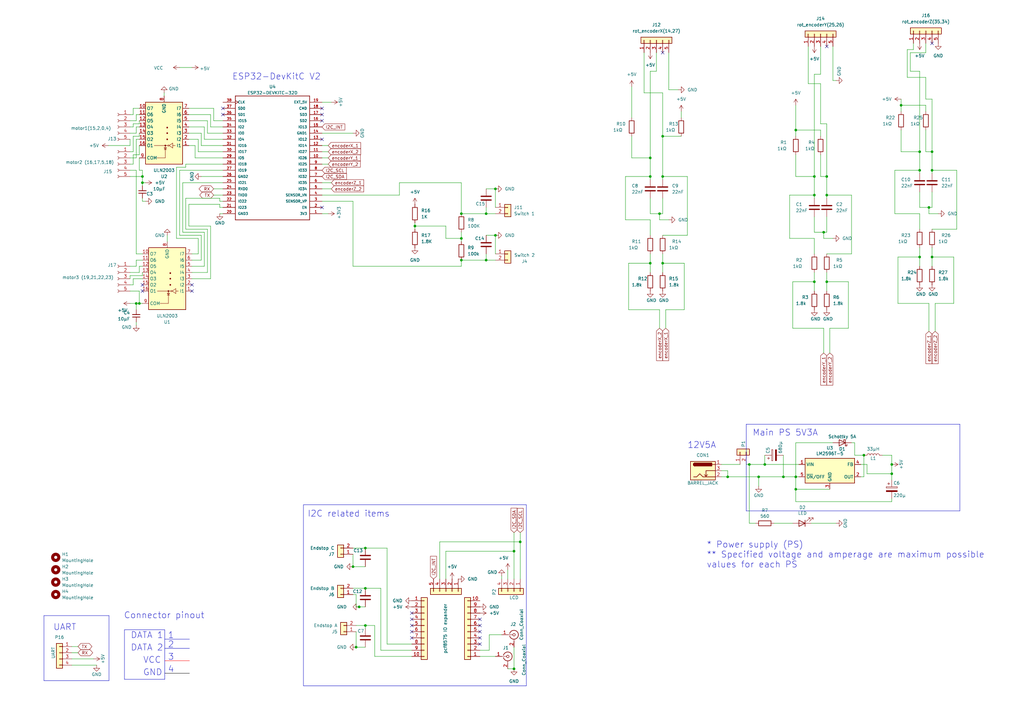
<source format=kicad_sch>
(kicad_sch (version 20231120) (generator "eeschema") (generator_version "8.0")
  (paper "A3")
  (junction (at 55.88 124.46))
  (junction (at 210.82 274.32))
  (junction (at 382.27 105.41))
  (junction (at 213.36 222.25))
  (junction (at 149.86 224.79))
  (junction (at 311.15 195.58))
  (junction (at 199.39 106.68))
  (junction (at 326.39 53.34))
  (junction (at 381 85.09))
  (junction (at 298.45 195.58))
  (junction (at 382.27 62.23))
  (junction (at 57.15 124.46))
  (junction (at 266.7 72.39))
  (junction (at 149.86 241.3))
  (junction (at 189.23 87.63))
  (junction (at 365.76 194.31))
  (junction (at 271.78 55.88))
  (junction (at 149.86 256.54))
  (junction (at 270.51 87.63))
  (junction (at 307.34 190.5))
  (junction (at 365.76 190.5))
  (junction (at 146.05 265.43))
  (junction (at 199.39 87.63))
  (junction (at 377.19 62.23))
  (junction (at 339.09 115.57))
  (junction (at 354.33 186.69))
  (junction (at 377.19 69.85))
  (junction (at 339.09 72.39))
  (junction (at 382.27 69.85))
  (junction (at 266.7 64.77))
  (junction (at 203.2 77.47))
  (junction (at 369.57 43.18))
  (junction (at 313.69 190.5))
  (junction (at 58.42 74.93))
  (junction (at 144.78 232.41))
  (junction (at 377.19 105.41))
  (junction (at 334.01 80.01))
  (junction (at 189.23 106.68))
  (junction (at 339.09 80.01))
  (junction (at 203.2 96.52))
  (junction (at 266.7 107.95))
  (junction (at 271.78 72.39))
  (junction (at 189.23 97.79))
  (junction (at 321.31 195.58))
  (junction (at 210.82 226.06))
  (junction (at 170.18 92.71))
  (junction (at 334.01 115.57))
  (junction (at 337.82 95.25))
  (junction (at 334.01 72.39))
  (junction (at 147.32 248.92))
  (junction (at 58.42 72.39))
  (junction (at 326.39 195.58))
  (junction (at 326.39 200.66))
  (junction (at 271.78 107.95))
  (no_connect (at 339.09 19.05))
  (no_connect (at 132.08 44.45))
  (no_connect (at 168.91 254))
  (no_connect (at 168.91 261.62))
  (no_connect (at 168.91 251.46))
  (no_connect (at 78.74 116.84))
  (no_connect (at 132.08 46.99))
  (no_connect (at 271.78 21.59))
  (no_connect (at 168.91 256.54))
  (no_connect (at 132.08 57.15))
  (no_connect (at 58.42 116.84))
  (no_connect (at 58.42 119.38))
  (no_connect (at 196.85 261.62))
  (no_connect (at 132.08 85.09))
  (no_connect (at 382.27 17.78))
  (no_connect (at 196.85 254))
  (no_connect (at 91.44 44.45))
  (no_connect (at 196.85 256.54))
  (no_connect (at 132.08 49.53))
  (no_connect (at 78.74 119.38))
  (no_connect (at 168.91 259.08))
  (no_connect (at 91.44 46.99))
  (no_connect (at 196.85 259.08))
  (no_connect (at 196.85 264.16))
  (wire (pts (xy 57.15 69.85) (xy 58.42 69.85)))
  (wire (pts (xy 354.33 195.58) (xy 353.06 195.58)))
  (wire (pts (xy 144.78 109.22) (xy 189.23 109.22)))
  (wire (pts (xy 163.83 80.01) (xy 132.08 80.01)))
  (wire (pts (xy 144.78 227.33) (xy 144.78 232.41)))
  (wire (pts (xy 147.32 248.92) (xy 146.05 248.92)))
  (wire (pts (xy 80.01 64.77) (xy 91.44 64.77)))
  (wire (pts (xy 379.73 62.23) (xy 382.27 62.23)))
  (wire (pts (xy 189.23 74.93) (xy 189.23 87.63)))
  (wire (pts (xy 132.08 67.31) (xy 134.62 67.31)))
  (wire (pts (xy 337.82 97.79) (xy 341.63 97.79)))
  (wire (pts (xy 132.08 74.93) (xy 135.89 74.93)))
  (wire (pts (xy 266.7 107.95) (xy 266.7 111.76)))
  (wire (pts (xy 336.55 63.5) (xy 336.55 72.39)))
  (wire (pts (xy 196.85 266.7) (xy 200.66 266.7)))
  (wire (pts (xy 369.57 43.18) (xy 369.57 45.72)))
  (wire (pts (xy 377.19 93.98) (xy 377.19 87.63)))
  (wire (pts (xy 332.74 214.63) (xy 342.9 214.63)))
  (wire (pts (xy 208.28 237.49) (xy 208.28 233.68)))
  (wire (pts (xy 379.73 53.34) (xy 379.73 62.23)))
  (polyline (pts (xy 67.564 258.318) (xy 51.054 258.318)) (stroke (width 0) (type solid)))
  (wire (pts (xy 382.27 101.6) (xy 382.27 105.41)))
  (wire (pts (xy 53.34 57.15) (xy 53.34 59.69)))
  (wire (pts (xy 269.24 21.59) (xy 269.24 29.21)))
  (wire (pts (xy 270.51 90.17) (xy 274.32 90.17)))
  (wire (pts (xy 256.54 72.39) (xy 266.7 72.39)))
  (wire (pts (xy 87.63 44.45) (xy 87.63 49.53)))
  (wire (pts (xy 365.76 186.69) (xy 365.76 190.5)))
  (wire (pts (xy 339.09 115.57) (xy 339.09 119.38)))
  (wire (pts (xy 326.39 200.66) (xy 340.36 200.66)))
  (wire (pts (xy 266.7 90.17) (xy 256.54 90.17)))
  (wire (pts (xy 349.25 181.61) (xy 350.52 181.61)))
  (wire (pts (xy 87.63 49.53) (xy 91.44 49.53)))
  (wire (pts (xy 91.44 77.47) (xy 87.63 77.47)))
  (wire (pts (xy 144.78 54.61) (xy 132.08 54.61)))
  (wire (pts (xy 339.09 95.25) (xy 339.09 88.9)))
  (polyline (pts (xy 67.564 278.638) (xy 67.564 258.318)) (stroke (width 0) (type solid)))
  (wire (pts (xy 199.39 106.68) (xy 203.2 106.68)))
  (wire (pts (xy 76.2 68.58) (xy 72.39 68.58)))
  (wire (pts (xy 264.16 38.1) (xy 271.78 38.1)))
  (wire (pts (xy 149.86 257.81) (xy 149.86 256.54)))
  (wire (pts (xy 77.47 92.71) (xy 86.36 92.71)))
  (wire (pts (xy 81.28 104.14) (xy 78.74 104.14)))
  (polyline (pts (xy 306.07 209.55) (xy 306.07 173.99)))
  (wire (pts (xy 259.08 64.77) (xy 266.7 64.77)))
  (wire (pts (xy 182.88 226.06) (xy 182.88 237.49)))
  (wire (pts (xy 210.82 265.43) (xy 210.82 274.32)))
  (wire (pts (xy 313.69 186.69) (xy 313.69 190.5)))
  (wire (pts (xy 382.27 40.64) (xy 382.27 62.23)))
  (wire (pts (xy 298.45 193.04) (xy 298.45 195.58)))
  (wire (pts (xy 377.19 62.23) (xy 377.19 69.85)))
  (wire (pts (xy 74.93 74.93) (xy 74.93 95.25)))
  (wire (pts (xy 313.69 190.5) (xy 327.66 190.5)))
  (wire (pts (xy 271.78 72.39) (xy 271.78 73.66)))
  (wire (pts (xy 334.01 97.79) (xy 323.85 97.79)))
  (wire (pts (xy 381 85.09) (xy 381 87.63)))
  (wire (pts (xy 391.16 105.41) (xy 391.16 124.46)))
  (wire (pts (xy 83.82 95.25) (xy 83.82 109.22)))
  (wire (pts (xy 78.74 111.76) (xy 85.09 111.76)))
  (wire (pts (xy 259.08 35.56) (xy 259.08 48.26)))
  (wire (pts (xy 73.66 69.85) (xy 91.44 69.85)))
  (wire (pts (xy 281.94 96.52) (xy 281.94 72.39)))
  (wire (pts (xy 57.15 46.99) (xy 55.88 46.99)))
  (wire (pts (xy 135.89 41.91) (xy 132.08 41.91)))
  (wire (pts (xy 54.61 114.3) (xy 54.61 116.84)))
  (wire (pts (xy 54.61 52.07) (xy 53.34 52.07)))
  (wire (pts (xy 91.44 57.15) (xy 83.82 57.15)))
  (wire (pts (xy 146.05 265.43) (xy 146.05 259.08)))
  (wire (pts (xy 196.85 269.24) (xy 203.2 269.24)))
  (wire (pts (xy 83.82 57.15) (xy 83.82 52.07)))
  (wire (pts (xy 58.42 81.28) (xy 58.42 82.55)))
  (wire (pts (xy 334.01 30.48) (xy 334.01 72.39)))
  (wire (pts (xy 81.28 97.79) (xy 81.28 104.14)))
  (polyline (pts (xy 393.7 209.55) (xy 306.07 209.55)))
  (wire (pts (xy 266.7 107.95) (xy 257.81 107.95)))
  (wire (pts (xy 199.39 96.52) (xy 203.2 96.52)))
  (wire (pts (xy 55.88 69.85) (xy 55.88 104.14)))
  (wire (pts (xy 334.01 80.01) (xy 334.01 81.28)))
  (wire (pts (xy 78.74 27.686) (xy 73.66 27.686)))
  (wire (pts (xy 55.88 127) (xy 55.88 124.46)))
  (wire (pts (xy 76.2 67.31) (xy 91.44 67.31)))
  (wire (pts (xy 326.39 72.39) (xy 334.01 72.39)))
  (wire (pts (xy 365.76 190.5) (xy 365.76 194.31)))
  (wire (pts (xy 339.09 72.39) (xy 339.09 80.01)))
  (wire (pts (xy 189.23 97.79) (xy 189.23 99.06)))
  (wire (pts (xy 210.82 226.06) (xy 182.88 226.06)))
  (wire (pts (xy 86.36 52.07) (xy 86.36 46.99)))
  (wire (pts (xy 280.67 107.95) (xy 280.67 127)))
  (wire (pts (xy 269.24 29.21) (xy 266.7 29.21)))
  (wire (pts (xy 336.55 19.05) (xy 336.55 30.48)))
  (wire (pts (xy 170.18 92.71) (xy 170.18 93.98)))
  (wire (pts (xy 311.15 199.39) (xy 311.15 195.58)))
  (wire (pts (xy 336.55 72.39) (xy 339.09 72.39)))
  (wire (pts (xy 76.2 81.28) (xy 76.2 93.98)))
  (wire (pts (xy 340.36 134.62) (xy 340.36 144.78)))
  (wire (pts (xy 337.82 95.25) (xy 339.09 95.25)))
  (polyline (pts (xy 51.054 278.638) (xy 67.564 278.638)) (stroke (width 0) (type solid)))
  (wire (pts (xy 57.15 124.46) (xy 58.42 124.46)))
  (wire (pts (xy 210.82 226.06) (xy 210.82 237.49)))
  (wire (pts (xy 144.78 241.3) (xy 149.86 241.3)))
  (wire (pts (xy 334.01 111.76) (xy 334.01 115.57)))
  (wire (pts (xy 377.19 101.6) (xy 377.19 105.41)))
  (wire (pts (xy 91.44 82.55) (xy 90.17 82.55)))
  (wire (pts (xy 149.86 232.41) (xy 144.78 232.41)))
  (wire (pts (xy 182.88 92.71) (xy 182.88 97.79)))
  (wire (pts (xy 85.09 49.53) (xy 85.09 54.61)))
  (wire (pts (xy 53.34 119.38) (xy 57.15 119.38)))
  (wire (pts (xy 334.01 115.57) (xy 325.12 115.57)))
  (wire (pts (xy 57.15 63.5) (xy 54.61 63.5)))
  (wire (pts (xy 383.54 124.46) (xy 383.54 135.89)))
  (wire (pts (xy 266.7 104.14) (xy 266.7 107.95)))
  (wire (pts (xy 189.23 74.93) (xy 163.83 74.93)))
  (wire (pts (xy 367.03 69.85) (xy 377.19 69.85)))
  (wire (pts (xy 334.01 95.25) (xy 337.82 95.25)))
  (wire (pts (xy 337.82 134.62) (xy 337.82 144.78)))
  (polyline (pts (xy 51.054 258.318) (xy 51.054 278.638)) (stroke (width 0) (type solid)))
  (wire (pts (xy 146.05 256.54) (xy 149.86 256.54)))
  (wire (pts (xy 379.73 31.75) (xy 379.73 40.64)))
  (wire (pts (xy 199.39 85.09) (xy 199.39 87.63)))
  (wire (pts (xy 383.54 124.46) (xy 391.16 124.46)))
  (wire (pts (xy 55.88 64.77) (xy 53.34 64.77)))
  (wire (pts (xy 77.47 46.99) (xy 86.36 46.99)))
  (wire (pts (xy 274.32 21.59) (xy 274.32 36.83)))
  (wire (pts (xy 55.88 54.61) (xy 53.34 54.61)))
  (wire (pts (xy 200.66 266.7) (xy 200.66 260.35)))
  (wire (pts (xy 189.23 87.63) (xy 199.39 87.63)))
  (wire (pts (xy 306.07 190.5) (xy 307.34 190.5)))
  (wire (pts (xy 77.47 83.82) (xy 77.47 92.71)))
  (wire (pts (xy 82.55 59.69) (xy 82.55 54.61)))
  (wire (pts (xy 336.55 50.8) (xy 339.09 50.8)))
  (wire (pts (xy 58.42 74.93) (xy 58.42 76.2)))
  (wire (pts (xy 355.6 190.5) (xy 355.6 194.31)))
  (wire (pts (xy 73.66 69.85) (xy 73.66 96.52)))
  (wire (pts (xy 326.39 53.34) (xy 326.39 55.88)))
  (wire (pts (xy 149.86 248.92) (xy 147.32 248.92)))
  (wire (pts (xy 326.39 205.74) (xy 365.76 205.74)))
  (polyline (pts (xy 67.564 276.098) (xy 77.724 276.098)) (stroke (width 0) (type solid) (color 0 0 0 1)))
  (wire (pts (xy 57.15 109.22) (xy 58.42 109.22)))
  (wire (pts (xy 158.75 224.79) (xy 158.75 264.16)))
  (wire (pts (xy 58.42 74.93) (xy 58.42 72.39)))
  (wire (pts (xy 78.74 106.68) (xy 82.55 106.68)))
  (wire (pts (xy 146.05 248.92) (xy 146.05 243.84)))
  (wire (pts (xy 259.08 55.88) (xy 259.08 64.77)))
  (wire (pts (xy 74.93 95.25) (xy 83.82 95.25)))
  (wire (pts (xy 271.78 38.1) (xy 271.78 55.88)))
  (wire (pts (xy 189.23 95.25) (xy 189.23 97.79)))
  (wire (pts (xy 266.7 96.52) (xy 266.7 90.17)))
  (wire (pts (xy 149.86 265.43) (xy 146.05 265.43)))
  (wire (pts (xy 369.57 62.23) (xy 377.19 62.23)))
  (wire (pts (xy 200.66 260.35) (xy 205.74 260.35)))
  (wire (pts (xy 347.98 115.57) (xy 347.98 134.62)))
  (wire (pts (xy 379.73 43.18) (xy 369.57 43.18)))
  (wire (pts (xy 377.19 105.41) (xy 377.19 109.22)))
  (wire (pts (xy 55.88 46.99) (xy 55.88 49.53)))
  (wire (pts (xy 91.44 59.69) (xy 82.55 59.69)))
  (wire (pts (xy 374.65 20.32) (xy 372.11 20.32)))
  (wire (pts (xy 54.61 55.88) (xy 57.15 55.88)))
  (wire (pts (xy 271.78 107.95) (xy 271.78 111.76)))
  (wire (pts (xy 90.17 81.28) (xy 76.2 81.28)))
  (wire (pts (xy 57.15 52.07) (xy 55.88 52.07)))
  (wire (pts (xy 323.85 97.79) (xy 323.85 80.01)))
  (wire (pts (xy 203.2 96.52) (xy 203.2 104.14)))
  (wire (pts (xy 73.66 96.52) (xy 82.55 96.52)))
  (wire (pts (xy 80.01 64.77) (xy 80.01 59.69)))
  (wire (pts (xy 382.27 69.85) (xy 382.27 71.12)))
  (wire (pts (xy 58.42 82.55) (xy 59.69 82.55)))
  (wire (pts (xy 273.05 127) (xy 280.67 127)))
  (wire (pts (xy 321.31 186.69) (xy 321.31 195.58)))
  (wire (pts (xy 90.17 82.55) (xy 90.17 81.28)))
  (wire (pts (xy 326.39 181.61) (xy 326.39 195.58)))
  (wire (pts (xy 326.39 63.5) (xy 326.39 72.39)))
  (wire (pts (xy 168.91 264.16) (xy 158.75 264.16)))
  (wire (pts (xy 77.47 44.45) (xy 87.63 44.45)))
  (wire (pts (xy 168.91 269.24) (xy 153.67 269.24)))
  (wire (pts (xy 349.25 104.14) (xy 349.25 80.01)))
  (wire (pts (xy 317.5 214.63) (xy 325.12 214.63)))
  (wire (pts (xy 368.3 124.46) (xy 381 124.46)))
  (wire (pts (xy 55.88 106.68) (xy 55.88 109.22)))
  (wire (pts (xy 91.44 80.01) (xy 87.63 80.01)))
  (wire (pts (xy 83.82 109.22) (xy 78.74 109.22)))
  (wire (pts (xy 68.58 99.06) (xy 68.58 96.52)))
  (wire (pts (xy 57.15 59.69) (xy 57.15 63.5)))
  (wire (pts (xy 271.78 104.14) (xy 271.78 107.95)))
  (wire (pts (xy 54.61 63.5) (xy 54.61 67.31)))
  (wire (pts (xy 266.7 87.63) (xy 270.51 87.63)))
  (wire (pts (xy 86.36 92.71) (xy 86.36 114.3)))
  (polyline (pts (xy 18.034 279.146) (xy 18.034 252.476)))
  (wire (pts (xy 213.36 222.25) (xy 180.34 222.25)))
  (wire (pts (xy 341.63 19.05) (xy 341.63 33.02)))
  (wire (pts (xy 153.67 256.54) (xy 153.67 269.24)))
  (wire (pts (xy 90.17 83.82) (xy 77.47 83.82)))
  (wire (pts (xy 336.55 30.48) (xy 334.01 30.48)))
  (wire (pts (xy 91.44 62.23) (xy 81.28 62.23)))
  (wire (pts (xy 257.81 107.95) (xy 257.81 127)))
  (wire (pts (xy 57.15 49.53) (xy 57.15 50.8)))
  (wire (pts (xy 326.39 43.18) (xy 326.39 53.34)))
  (wire (pts (xy 372.11 20.32) (xy 372.11 31.75)))
  (wire (pts (xy 279.4 45.72) (xy 279.4 48.26)))
  (wire (pts (xy 53.34 111.76) (xy 57.15 111.76)))
  (wire (pts (xy 382.27 85.09) (xy 382.27 78.74)))
  (wire (pts (xy 355.6 190.5) (xy 353.06 190.5)))
  (wire (pts (xy 57.15 119.38) (xy 57.15 124.46)))
  (wire (pts (xy 278.13 36.83) (xy 274.32 36.83)))
  (wire (pts (xy 54.61 46.99) (xy 53.34 46.99)))
  (wire (pts (xy 199.39 87.63) (xy 203.2 87.63)))
  (wire (pts (xy 55.88 133.35) (xy 55.88 132.08)))
  (wire (pts (xy 58.42 114.3) (xy 54.61 114.3)))
  (wire (pts (xy 271.78 87.63) (xy 271.78 81.28)))
  (wire (pts (xy 54.61 62.23) (xy 54.61 55.88)))
  (wire (pts (xy 132.08 77.47) (xy 135.89 77.47)))
  (wire (pts (xy 307.34 190.5) (xy 313.69 190.5)))
  (wire (pts (xy 58.42 72.39) (xy 58.42 69.85)))
  (wire (pts (xy 377.19 78.74) (xy 377.19 85.09)))
  (wire (pts (xy 307.34 190.5) (xy 307.34 214.63)))
  (wire (pts (xy 323.85 80.01) (xy 334.01 80.01)))
  (wire (pts (xy 29.464 267.716) (xy 32.004 267.716)))
  (wire (pts (xy 189.23 106.68) (xy 199.39 106.68)))
  (wire (pts (xy 76.2 67.31) (xy 76.2 68.58)))
  (wire (pts (xy 307.34 214.63) (xy 309.88 214.63)))
  (wire (pts (xy 53.34 62.23) (xy 54.61 62.23)))
  (wire (pts (xy 210.82 218.44) (xy 210.82 226.06)))
  (wire (pts (xy 77.47 49.53) (xy 85.09 49.53)))
  (wire (pts (xy 266.7 72.39) (xy 266.7 73.66)))
  (wire (pts (xy 325.12 115.57) (xy 325.12 134.62)))
  (wire (pts (xy 74.93 74.93) (xy 91.44 74.93)))
  (wire (pts (xy 53.34 67.31) (xy 54.61 67.31)))
  (wire (pts (xy 339.09 50.8) (xy 339.09 72.39)))
  (wire (pts (xy 271.78 96.52) (xy 281.94 96.52)))
  (wire (pts (xy 271.78 55.88) (xy 279.4 55.88)))
  (wire (pts (xy 373.38 29.21) (xy 377.19 29.21)))
  (wire (pts (xy 339.09 104.14) (xy 349.25 104.14)))
  (wire (pts (xy 373.38 21.59) (xy 373.38 29.21)))
  (wire (pts (xy 382.27 62.23) (xy 382.27 69.85)))
  (wire (pts (xy 354.33 186.69) (xy 354.33 195.58)))
  (wire (pts (xy 382.27 105.41) (xy 382.27 109.22)))
  (wire (pts (xy 367.03 87.63) (xy 367.03 69.85)))
  (wire (pts (xy 379.73 45.72) (xy 379.73 43.18)))
  (wire (pts (xy 325.12 134.62) (xy 337.82 134.62)))
  (wire (pts (xy 132.08 62.23) (xy 134.62 62.23)))
  (wire (pts (xy 213.36 218.44) (xy 213.36 222.25)))
  (wire (pts (xy 57.15 64.77) (xy 57.15 69.85)))
  (wire (pts (xy 379.73 21.59) (xy 373.38 21.59)))
  (polyline (pts (xy 393.7 173.99) (xy 393.7 209.55)))
  (wire (pts (xy 339.09 80.01) (xy 339.09 81.28)))
  (wire (pts (xy 53.34 59.69) (xy 44.45 59.69)))
  (wire (pts (xy 256.54 90.17) (xy 256.54 72.39)))
  (wire (pts (xy 355.6 194.31) (xy 365.76 194.31)))
  (polyline (pts (xy 44.704 252.476) (xy 44.704 279.146)))
  (wire (pts (xy 273.05 134.62) (xy 273.05 127)))
  (wire (pts (xy 29.464 270.256) (xy 38.354 270.256)))
  (wire (pts (xy 270.51 87.63) (xy 270.51 90.17)))
  (wire (pts (xy 53.34 72.39) (xy 58.42 72.39)))
  (wire (pts (xy 365.76 186.69) (xy 361.95 186.69)))
  (wire (pts (xy 85.09 93.98) (xy 85.09 111.76)))
  (wire (pts (xy 350.52 181.61) (xy 350.52 186.69)))
  (wire (pts (xy 146.05 243.84) (xy 144.78 243.84)))
  (wire (pts (xy 57.15 57.15) (xy 55.88 57.15)))
  (wire (pts (xy 57.15 55.88) (xy 57.15 54.61)))
  (polyline (pts (xy 67.564 271.018) (xy 77.724 271.018)) (stroke (width 0) (type solid) (color 255 0 0 1)))
  (wire (pts (xy 132.08 59.69) (xy 134.62 59.69)))
  (wire (pts (xy 53.34 124.46) (xy 55.88 124.46)))
  (wire (pts (xy 264.16 21.59) (xy 264.16 38.1)))
  (wire (pts (xy 349.25 80.01) (xy 339.09 80.01)))
  (wire (pts (xy 365.76 196.85) (xy 365.76 194.31)))
  (wire (pts (xy 91.44 85.09) (xy 90.17 85.09)))
  (wire (pts (xy 382.27 93.98) (xy 392.43 93.98)))
  (wire (pts (xy 86.36 114.3) (xy 78.74 114.3)))
  (wire (pts (xy 350.52 186.69) (xy 354.33 186.69)))
  (wire (pts (xy 369.57 40.64) (xy 369.57 43.18)))
  (polyline (pts (xy 67.564 262.128) (xy 77.724 262.128)) (stroke (width 0) (type solid)))
  (wire (pts (xy 144.78 82.55) (xy 144.78 109.22)))
  (wire (pts (xy 149.86 256.54) (xy 153.67 256.54)))
  (wire (pts (xy 336.55 55.88) (xy 336.55 53.34)))
  (wire (pts (xy 58.42 111.76) (xy 58.42 113.03)))
  (wire (pts (xy 57.15 44.45) (xy 54.61 44.45)))
  (wire (pts (xy 81.28 62.23) (xy 81.28 57.15)))
  (wire (pts (xy 334.01 104.14) (xy 334.01 97.79)))
  (wire (pts (xy 298.45 195.58) (xy 311.15 195.58)))
  (wire (pts (xy 182.88 97.79) (xy 189.23 97.79)))
  (wire (pts (xy 331.47 34.29) (xy 336.55 34.29)))
  (wire (pts (xy 199.39 104.14) (xy 199.39 106.68)))
  (wire (pts (xy 257.81 127) (xy 270.51 127)))
  (wire (pts (xy 29.464 265.176) (xy 32.004 265.176)))
  (wire (pts (xy 67.31 39.37) (xy 67.31 38.1)))
  (polyline (pts (xy 67.564 265.938) (xy 77.724 265.938)) (stroke (width 0) (type solid)))
  (wire (pts (xy 90.17 85.09) (xy 90.17 83.82)))
  (wire (pts (xy 72.39 97.79) (xy 81.28 97.79)))
  (wire (pts (xy 382.27 105.41) (xy 391.16 105.41)))
  (wire (pts (xy 203.2 77.47) (xy 203.2 85.09)))
  (wire (pts (xy 341.63 33.02) (xy 342.9 33.02)))
  (wire (pts (xy 340.36 134.62) (xy 347.98 134.62)))
  (wire (pts (xy 86.36 52.07) (xy 91.44 52.07)))
  (wire (pts (xy 83.82 52.07) (xy 77.47 52.07)))
  (wire (pts (xy 368.3 105.41) (xy 368.3 124.46)))
  (wire (pts (xy 295.91 195.58) (xy 298.45 195.58)))
  (wire (pts (xy 53.34 113.03) (xy 53.34 114.3)))
  (wire (pts (xy 337.82 95.25) (xy 337.82 97.79)))
  (wire (pts (xy 205.74 236.22) (xy 205.74 237.49)))
  (wire (pts (xy 266.7 64.77) (xy 266.7 72.39)))
  (wire (pts (xy 271.78 107.95) (xy 280.67 107.95)))
  (polyline (pts (xy 44.704 252.476) (xy 18.034 252.476)))
  (wire (pts (xy 54.61 116.84) (xy 53.34 116.84)))
  (wire (pts (xy 334.01 88.9) (xy 334.01 95.25)))
  (wire (pts (xy 163.83 74.93) (xy 163.83 80.01)))
  (wire (pts (xy 72.39 68.58) (xy 72.39 97.79)))
  (wire (pts (xy 266.7 29.21) (xy 266.7 64.77)))
  (wire (pts (xy 91.44 72.39) (xy 82.55 72.39)))
  (wire (pts (xy 29.464 272.796) (xy 39.624 272.796)))
  (wire (pts (xy 369.57 53.34) (xy 369.57 62.23)))
  (wire (pts (xy 381 85.09) (xy 382.27 85.09)))
  (wire (pts (xy 326.39 195.58) (xy 327.66 195.58)))
  (wire (pts (xy 180.34 222.25) (xy 180.34 237.49)))
  (wire (pts (xy 374.65 17.78) (xy 374.65 20.32)))
  (wire (pts (xy 55.88 124.46) (xy 57.15 124.46)))
  (wire (pts (xy 377.19 69.85) (xy 377.19 71.12)))
  (wire (pts (xy 270.51 87.63) (xy 271.78 87.63)))
  (wire (pts (xy 271.78 55.88) (xy 271.78 72.39)))
  (polyline (pts (xy 306.07 173.99) (xy 393.7 173.99)))
  (wire (pts (xy 270.51 127) (xy 270.51 134.62)))
  (wire (pts (xy 311.15 195.58) (xy 321.31 195.58)))
  (wire (pts (xy 77.47 57.15) (xy 81.28 57.15)))
  (wire (pts (xy 132.08 82.55) (xy 144.78 82.55)))
  (wire (pts (xy 170.18 91.44) (xy 170.18 92.71)))
  (wire (pts (xy 377.19 29.21) (xy 377.19 62.23)))
  (wire (pts (xy 77.47 54.61) (xy 82.55 54.61)))
  (wire (pts (xy 58.42 106.68) (xy 55.88 106.68)))
  (wire (pts (xy 82.55 106.68) (xy 82.55 96.52)))
  (wire (pts (xy 156.21 241.3) (xy 149.86 241.3)))
  (wire (pts (xy 381 87.63) (xy 384.81 87.63)))
  (wire (pts (xy 55.88 52.07) (xy 55.88 54.61)))
  (wire (pts (xy 55.88 57.15) (xy 55.88 64.77)))
  (wire (pts (xy 54.61 50.8) (xy 54.61 52.07)))
  (wire (pts (xy 170.18 92.71) (xy 182.88 92.71)))
  (wire (pts (xy 392.43 93.98) (xy 392.43 69.85)))
  (wire (pts (xy 334.01 115.57) (xy 334.01 119.38)))
  (wire (pts (xy 58.42 113.03) (xy 53.34 113.03)))
  (wire (pts (xy 59.69 74.93) (xy 58.42 74.93)))
  (wire (pts (xy 392.43 69.85) (xy 382.27 69.85)))
  (wire (pts (xy 55.88 109.22) (xy 53.34 109.22)))
  (wire (pts (xy 189.23 109.22) (xy 189.23 106.68)))
  (wire (pts (xy 339.09 111.76) (xy 339.09 115.57)))
  (polyline (pts (xy 18.034 279.146) (xy 44.704 279.146)))
  (wire (pts (xy 57.15 111.76) (xy 57.15 109.22)))
  (wire (pts (xy 336.55 53.34) (xy 326.39 53.34)))
  (wire (pts (xy 336.55 34.29) (xy 336.55 50.8)))
  (wire (pts (xy 377.19 85.09) (xy 381 85.09)))
  (wire (pts (xy 55.88 104.14) (xy 58.42 104.14)))
  (wire (pts (xy 339.09 115.57) (xy 347.98 115.57)))
  (wire (pts (xy 281.94 72.39) (xy 271.78 72.39)))
  (wire (pts (xy 77.47 59.69) (xy 80.01 59.69)))
  (wire (pts (xy 295.91 193.04) (xy 298.45 193.04)))
  (wire (pts (xy 377.19 87.63) (xy 367.03 87.63)))
  (wire (pts (xy 54.61 44.45) (xy 54.61 46.99)))
  (wire (pts (xy 365.76 205.74) (xy 365.76 204.47)))
  (wire (pts (xy 326.39 181.61) (xy 341.63 181.61)))
  (wire (pts (xy 156.21 241.3) (xy 156.21 266.7)))
  (wire (pts (xy 199.39 77.47) (xy 203.2 77.47)))
  (wire (pts (xy 381 124.46) (xy 381 135.89)))
  (wire (pts (xy 55.88 69.85) (xy 53.34 69.85)))
  (wire (pts (xy 156.21 266.7) (xy 168.91 266.7)))
  (wire (pts (xy 295.91 190.5) (xy 303.53 190.5)))
  (wire (pts (xy 372.11 31.75) (xy 379.73 31.75)))
  (wire (pts (xy 377.19 105.41) (xy 368.3 105.41)))
  (wire (pts (xy 55.88 49.53) (xy 53.34 49.53)))
  (wire (pts (xy 213.36 222.25) (xy 213.36 237.49)))
  (wire (pts (xy 334.01 72.39) (xy 334.01 80.01)))
  (wire (pts (xy 132.08 87.63) (xy 134.62 87.63)))
  (wire (pts (xy 57.15 50.8) (xy 54.61 50.8)))
  (wire (pts (xy 266.7 81.28) (xy 266.7 87.63)))
  (wire (pts (xy 149.86 224.79) (xy 158.75 224.79)))
  (wire (pts (xy 379.73 40.64) (xy 382.27 40.64)))
  (wire (pts (xy 85.09 54.61) (xy 91.44 54.61)))
  (wire (pts (xy 132.08 64.77) (xy 134.62 64.77)))
  (wire (pts (xy 149.86 224.79) (xy 144.78 224.79)))
  (wire (pts (xy 379.73 17.78) (xy 379.73 21.59)))
  (wire (pts (xy 210.82 274.32) (xy 208.28 274.32)))
  (wire (pts (xy 321.31 195.58) (xy 326.39 195.58)))
  (wire (pts (xy 331.47 19.05) (xy 331.47 34.29)))
  (wire (pts (xy 90.17 87.63) (xy 91.44 87.63)))
  (wire (pts (xy 76.2 93.98) (xy 85.09 93.98)))
  (wire (pts (xy 326.39 195.58) (xy 326.39 200.66)))
  (wire (pts (xy 326.39 200.66) (xy 326.39 205.74)))
  (rectangle (start 124.46 207.01) (end 215.9 281.305))
  (text "I2C related items" (at 143.002 210.82 0) (effects (font (size 2.54 2.54))))
  (text "3" (at 68.834 271.018 0) (effects (font (size 2.54 2.54)) (justify left bottom)))
  (text "DATA 2  " (at 53.594 267.208 0) (effects (font (size 2.54 2.54)) (justify left bottom)))
  (text "UART" (at 21.844 258.826 0) (effects (font (size 2.54 2.54)) (justify left bottom)))
  (text "2" (at 68.834 265.938 0) (effects (font (size 2.54 2.54)) (justify left bottom)))
  (text "Main PS 5V3A" (at 308.61 179.07 0) (effects (font (size 2.54 2.54)) (justify left bottom)))
  (text "12V5A" (at 281.94 184.15 0) (effects (font (size 2.54 2.54)) (justify left bottom)))
  (text "Connector pinout" (at 50.8 254 0) (effects (font (size 2.54 2.54)) (justify left bottom)))
  (text "DATA 1\n" (at 53.594 262.128 0) (effects (font (size 2.54 2.54)) (justify left bottom)))
  (text "GND" (at 58.674 277.368 0) (effects (font (size 2.54 2.54)) (justify left bottom)))
  (text "4" (at 68.834 276.098 0) (effects (font (size 2.54 2.54)) (justify left bottom)))
  (text "* Power supply (PS)\n** Specified voltage and amperage are maximum possible\nvalues for each PS " (at 289.814 233.172 0) (effects (font (size 2.54 2.54)) (justify left bottom)))
  (text "1" (at 68.834 262.128 0) (effects (font (size 2.54 2.54)) (justify left bottom)))
  (text "VCC" (at 58.674 272.288 0) (effects (font (size 2.54 2.54)) (justify left bottom)))
  (text "ESP32-DevKitC V2" (at 95.25 33.02 0) (effects (font (size 2.54 2.54)) (justify left bottom)))
  (global_label "I2C_SDA" (shape input) (at 210.82 218.44 90) (property "Intersheetrefs" "${INTERSHEET_REFS}" (effects (hide yes))))
  (global_label "encoderX_2" (shape input) (at 134.62 62.23 0) (property "Intersheetrefs" "${INTERSHEET_REFS}" (effects (hide yes))))
  (global_label "encoderX_1" (shape input) (at 134.62 59.69 0) (property "Intersheetrefs" "${INTERSHEET_REFS}" (effects (hide yes))))
  (global_label "RX" (shape bidirectional) (at 32.004 267.716 0) (property "Intersheetrefs" "${INTERSHEET_REFS}" (effects (hide yes))))
  (global_label "encoderZ_2" (shape input) (at 135.89 77.47 0) (property "Intersheetrefs" "${INTERSHEET_REFS}" (effects (hide yes))))
  (global_label "encoderZ_1" (shape input) (at 381 135.89 270) (property "Intersheetrefs" "${INTERSHEET_REFS}" (effects (hide yes))))
  (global_label "encoderY_1" (shape input) (at 337.82 144.78 270) (property "Intersheetrefs" "${INTERSHEET_REFS}" (effects (hide yes))))
  (global_label "encoderX_2" (shape input) (at 270.51 134.62 270) (property "Intersheetrefs" "${INTERSHEET_REFS}" (effects (hide yes))))
  (global_label "encoderZ_1" (shape input) (at 135.89 74.93 0) (property "Intersheetrefs" "${INTERSHEET_REFS}" (effects (hide yes))))
  (global_label "TX" (shape bidirectional) (at 32.004 265.176 0) (property "Intersheetrefs" "${INTERSHEET_REFS}" (effects (hide yes))))
  (global_label "encoderX_1" (shape input) (at 273.05 134.62 270) (property "Intersheetrefs" "${INTERSHEET_REFS}" (effects (hide yes))))
  (global_label "encoderY_1" (shape input) (at 134.62 64.77 0) (property "Intersheetrefs" "${INTERSHEET_REFS}" (effects (hide yes))))
  (global_label "I2C_INT" (shape input) (at 177.8 237.49 90) (property "Intersheetrefs" "${INTERSHEET_REFS}" (effects (hide yes))))
  (global_label "I2C_SCL" (shape input) (at 132.08 69.85 0) (property "Intersheetrefs" "${INTERSHEET_REFS}" (effects (hide yes))))
  (global_label "encoderY_2" (shape input) (at 134.62 67.31 0) (property "Intersheetrefs" "${INTERSHEET_REFS}" (effects (hide yes))))
  (global_label "I2C_SDA" (shape input) (at 132.08 72.39 0) (property "Intersheetrefs" "${INTERSHEET_REFS}" (effects (hide yes))))
  (global_label "encoderZ_2" (shape input) (at 383.54 135.89 270) (property "Intersheetrefs" "${INTERSHEET_REFS}" (effects (hide yes))))
  (global_label "TX" (shape bidirectional) (at 87.63 80.01 180) (property "Intersheetrefs" "${INTERSHEET_REFS}" (effects (hide yes))))
  (global_label "encoderY_2" (shape input) (at 340.36 144.78 270) (property "Intersheetrefs" "${INTERSHEET_REFS}" (effects (hide yes))))
  (global_label "I2C_INT" (shape input) (at 132.08 52.07 0) (property "Intersheetrefs" "${INTERSHEET_REFS}" (effects (hide yes))))
  (global_label "I2C_SCL" (shape input) (at 213.36 218.44 90) (property "Intersheetrefs" "${INTERSHEET_REFS}" (effects (hide yes))))
  (global_label "RX" (shape bidirectional) (at 87.63 77.47 180) (property "Intersheetrefs" "${INTERSHEET_REFS}" (effects (hide yes))))
  (symbol (lib_id "Device:C") (at 266.7 77.47 180) (unit 1)
    (property "Reference" "C8" (at 259.08 76.2 0) (effects (justify right)))
    (property "Value" "22nF" (at 259.08 78.74 0) (effects (justify right)))
    (property "Footprint" "Capacitor_THT:C_Disc_D6.0mm_W4.4mm_P5.00mm" (effects (hide yes)))
  )
  (symbol (lib_id "level_shifter-rescue:+3.3V-power") (at 134.62 87.63 270) (mirror x) (unit 1)
    (property "Reference" "#PWR047" (effects (hide yes)))
    (property "Value" "+3V3" (at 139.0142 87.249 0))
  )
  (symbol (lib_id "Device:C") (at 339.09 85.09 180) (unit 1)
    (property "Reference" "C2" (at 342.9 83.82 0) (effects (justify right)))
    (property "Value" "22nF" (at 342.9 86.36 0) (effects (justify right)))
    (property "Footprint" "Capacitor_THT:C_Disc_D6.0mm_W4.4mm_P5.00mm" (effects (hide yes)))
  )
  (symbol (lib_id "power:+5V") (at 334.01 19.05 180) (unit 1)
    (property "Reference" "#PWR037" (effects (hide yes)))
    (property "Value" "+5V" (at 334.01 24.13 0))
  )
  (symbol (lib_id "Device:R") (at 279.4 52.07 180) (unit 1)
    (property "Reference" "R13" (at 274.32 50.8 0) (effects (justify right)))
    (property "Value" "1kΩ" (at 273.05 53.34 0) (effects (justify right)))
    (property "Footprint" "Resistor_THT:R_Axial_DIN0309_L9.0mm_D3.2mm_P12.70mm_Horizontal" (effects (hide yes)))
  )
  (symbol (lib_name "GND_3") (lib_id "power:GND") (at 146.05 265.43 270) (unit 1)
    (property "Reference" "#PWR028" (effects (hide yes)))
    (property "Value" "GND" (at 142.24 265.4301 90) (effects (justify right)))
    (property "Description" "Power symbol creates a global label with name \"GND\" , ground" (effects (hide yes)))
  )
  (symbol (lib_id "Connector_Generic:Conn_01x05") (at 379.73 12.7 90) (unit 1)
    (property "Reference" "J16" (at 379.73 6.35 90))
    (property "Value" "rot_encoderZ(35,34)" (at 379.73 8.89 90))
    (property "Footprint" "Connector_JST:JST_XH_B5B-XH-A_1x05_P2.50mm_Vertical" (effects (hide yes)))
    (property "Description" "Generic connector, single row, 01x05, script generated (kicad-library-utils/schlib/autogen/connector/)" (effects (hide yes)))
  )
  (symbol (lib_name "GND_5") (lib_id "power:GND") (at 147.32 248.92 270) (unit 1)
    (property "Reference" "#PWR043" (effects (hide yes)))
    (property "Value" "GND" (at 142.24 248.9201 90) (effects (justify right)))
    (property "Description" "Power symbol creates a global label with name \"GND\" , ground" (effects (hide yes)))
  )
  (symbol (lib_id "Connector_Generic:Conn_01x02") (at 140.97 259.08 180) (unit 1)
    (property "Reference" "J5" (at 138.43 259.0801 0) (effects (justify left)))
    (property "Value" "Endstop A" (at 138.43 256.5401 0) (effects (justify left)))
    (property "Footprint" "Connector_JST:JST_XH_S2B-XH-A_1x02_P2.50mm_Horizontal" (effects (hide yes)))
    (property "Description" "Generic connector, single row, 01x02, script generated (kicad-library-utils/schlib/autogen/connector/)" (effects (hide yes)))
  )
  (symbol (lib_id "Connector:Conn_Coaxial") (at 210.82 260.35 0) (unit 1)
    (property "Reference" "J2" (at 209.296 256.032 0) (effects (justify left)))
    (property "Value" "Conn_Coaxial" (at 213.868 262.636 90) (effects (justify left)))
    (property "Footprint" "Connector_Coaxial:BNC_Amphenol_B6252HB-NPP3G-50_Horizontal" (effects (hide yes)))
    (property "Description" "coaxial connector (BNC, SMA, SMB, SMC, Cinch/RCA, LEMO, ...)" (effects (hide yes)))
  )
  (symbol (lib_id "Device:R") (at 339.09 107.95 180) (unit 1)
    (property "Reference" "R5" (at 342.9 106.68 0) (effects (justify right)))
    (property "Value" "1kΩ" (at 341.63 109.22 0) (effects (justify right)))
    (property "Footprint" "Resistor_THT:R_Axial_DIN0309_L9.0mm_D3.2mm_P12.70mm_Horizontal" (effects (hide yes)))
  )
  (symbol (lib_id "Connector:Conn_01x05_Female") (at 48.26 67.31 0) (mirror y) (unit 1)
    (property "Reference" "J15" (at 44.196 70.358 0))
    (property "Value" "motor2 (16,17,5,18)" (at 36.83 66.548 0))
    (property "Footprint" "Connector_JST:JST_XH_S5B-XH-A_1x05_P2.50mm_Horizontal" (effects (hide yes)))
  )
  (symbol (lib_id "Device:C") (at 271.78 77.47 180) (unit 1)
    (property "Reference" "C9" (at 275.59 76.2 0) (effects (justify right)))
    (property "Value" "22nF" (at 275.59 78.74 0) (effects (justify right)))
    (property "Footprint" "Capacitor_THT:C_Disc_D6.0mm_W4.4mm_P5.00mm" (effects (hide yes)))
  )
  (symbol (lib_id "Device:C_Small") (at 58.42 78.74 180) (unit 1)
    (property "Reference" "C3" (at 62.738 79.502 0) (effects (justify left)))
    (property "Value" "10µF" (at 67.818 77.47 0) (effects (justify left)))
    (property "Footprint" "Capacitor_THT:C_Disc_D6.0mm_W4.4mm_P5.00mm" (effects (hide yes)))
    (property "Description" "Unpolarized capacitor, small symbol" (effects (hide yes)))
  )
  (symbol (lib_id "power:+5V") (at 78.74 27.686 270) (mirror x) (unit 1)
    (property "Reference" "#PWR012" (effects (hide yes)))
    (property "Value" "+5V" (at 81.9149 28.1198 90) (effects (justify left)))
  )
  (symbol (lib_id "Device:C") (at 382.27 74.93 180) (unit 1)
    (property "Reference" "C11" (at 386.08 73.66 0) (effects (justify right)))
    (property "Value" "22nF" (at 386.08 76.2 0) (effects (justify right)))
    (property "Footprint" "Capacitor_THT:C_Disc_D6.0mm_W4.4mm_P5.00mm" (effects (hide yes)))
  )
  (symbol (lib_id "Device:C_Small") (at 55.88 129.54 0) (mirror x) (unit 1)
    (property "Reference" "C4" (at 53.34 128.2635 0) (effects (justify right)))
    (property "Value" "10µF" (at 53.34 130.8035 0) (effects (justify right)))
    (property "Footprint" "Capacitor_THT:C_Disc_D6.0mm_W4.4mm_P5.00mm" (effects (hide yes)))
    (property "Description" "Unpolarized capacitor, small symbol" (effects (hide yes)))
  )
  (symbol (lib_id "Mechanical:MountingHole") (at 22.86 233.68 0) (unit 1)
    (property "Reference" "H2" (at 25.4 232.4099 0) (effects (justify left)))
    (property "Value" "MountingHole" (at 25.4 234.9499 0) (effects (justify left)))
    (property "Footprint" "MountingHole:MountingHole_3.2mm_M3_DIN965" (effects (hide yes)))
  )
  (symbol (lib_id "power:GND") (at 384.81 87.63 90) (unit 1)
    (property "Reference" "#PWR061" (effects (hide yes)))
    (property "Value" "GND" (at 388.62 87.6299 90) (effects (justify right)))
  )
  (symbol (lib_name "GND_6") (lib_id "power:GND") (at 196.85 248.92 90) (unit 1)
    (property "Reference" "#PWR046" (effects (hide yes)))
    (property "Value" "GND" (at 200.66 248.9199 90) (effects (justify right)))
    (property "Description" "Power symbol creates a global label with name \"GND\" , ground" (effects (hide yes)))
  )
  (symbol (lib_id "power:GND") (at 205.74 236.22 0) (mirror x) (unit 1)
    (property "Reference" "#PWR020" (effects (hide yes)))
    (property "Value" "GND" (at 201.93 234.696 0))
  )
  (symbol (lib_id "power:GND") (at 311.15 199.39 0) (unit 1)
    (property "Reference" "#PWR031" (effects (hide yes)))
    (property "Value" "GND" (at 311.15 203.2 0))
  )
  (symbol (lib_id "power:GND") (at 68.58 96.52 0) (mirror x) (unit 1)
    (property "Reference" "#PWR050" (effects (hide yes)))
    (property "Value" "GND" (at 63.5 96.52 0) (effects (justify left)))
  )
  (symbol (lib_id "Device:C") (at 149.86 245.11 180) (unit 1)
    (property "Reference" "C12" (at 148.59 242.57 0) (effects (justify left)))
    (property "Value" "33nF" (effects (hide yes)))
    (property "Footprint" "Capacitor_THT:C_Disc_D6.0mm_W4.4mm_P5.00mm" (effects (hide yes)))
    (property "Description" "Unpolarized capacitor" (effects (hide yes)))
  )
  (symbol (lib_id "Device:R") (at 170.18 87.63 0) (unit 1)
    (property "Reference" "R16" (at 172.72 86.3599 0) (effects (justify left)))
    (property "Value" "1K" (at 172.72 88.8999 0) (effects (justify left)))
    (property "Footprint" "Resistor_THT:R_Axial_DIN0309_L9.0mm_D3.2mm_P12.70mm_Horizontal" (effects (hide yes)))
    (property "Description" "Resistor" (effects (hide yes)))
  )
  (symbol (lib_id "Connector_Generic:Conn_01x02") (at 208.28 104.14 0) (unit 1)
    (property "Reference" "J4" (at 215.138 107.188 0))
    (property "Value" "Switch 2" (at 215.138 104.648 0))
    (property "Footprint" "Connector_JST:JST_XH_B2B-XH-A_1x02_P2.50mm_Vertical" (effects (hide yes)))
    (property "Description" "Generic connector, single row, 01x02, script generated (kicad-library-utils/schlib/autogen/connector/)" (effects (hide yes)))
  )
  (symbol (lib_id "Connector_Generic:Conn_01x05") (at 182.88 242.57 270) (unit 1)
    (property "Reference" "J10" (effects (hide yes)))
    (property "Value" "pcf8575 IO expander" (at 182.626 257.81 0))
    (property "Footprint" "Connector_PinHeader_2.54mm:PinHeader_1x05_P2.54mm_Vertical" (effects (hide yes)))
    (property "Description" "Generic connector, single row, 01x05, script generated (kicad-library-utils/schlib/autogen/connector/)" (effects (hide yes)))
  )
  (symbol (lib_name "GND_7") (lib_id "power:GND") (at 170.18 101.6 0) (unit 1)
    (property "Reference" "#PWR023" (effects (hide yes)))
    (property "Value" "GND" (at 170.18 106.68 0))
    (property "Description" "Power symbol creates a global label with name \"GND\" , ground" (effects (hide yes)))
  )
  (symbol (lib_id "Connector:Conn_01x05_Female") (at 48.26 52.07 0) (mirror y) (unit 1)
    (property "Reference" "J13" (at 45.974 56.896 0))
    (property "Value" "motor1(15,2,0,4)" (at 37.338 52.578 0))
    (property "Footprint" "Connector_JST:JST_XH_S5B-XH-A_1x05_P2.50mm_Horizontal" (effects (hide yes)))
  )
  (symbol (lib_id "Connector_Generic:Conn_01x04") (at 210.82 242.57 270) (unit 1)
    (property "Reference" "P2" (at 202.692 242.824 0))
    (property "Value" "LCD" (at 210.82 245.11 90))
    (property "Footprint" "Connector_JST:JST_XH_B4B-XH-A_1x04_P2.50mm_Vertical" (effects (hide yes)))
  )
  (symbol (lib_id "Transistor_Array:ULN2003") (at 67.31 54.61 180) (unit 1)
    (property "Reference" "U2" (at 67.31 72.39 0))
    (property "Value" "ULN2003" (at 67.31 69.85 0))
    (property "Footprint" "Package_DIP:DIP-16_W7.62mm_LongPads" (effects (hide yes)))
    (property "Datasheet" "http://www.ti.com/lit/ds/symlink/uln2003a.pdf" (effects (hide yes)))
    (property "Description" "High Voltage, High Current Darlington Transistor Arrays, SOIC16/SOIC16W/DIP16/TSSOP16" (effects (hide yes)))
  )
  (symbol (lib_id "power:VCC") (at 73.66 27.686 90) (mirror x) (unit 1)
    (property "Reference" "#PWR013" (effects (hide yes)))
    (property "Value" "VCC" (at 66.929 27.8658 90) (effects (justify left)))
  )
  (symbol (lib_id "Connector_Generic:Conn_01x05") (at 336.55 13.97 90) (unit 1)
    (property "Reference" "J14" (at 336.55 7.62 90))
    (property "Value" "rot_encoderY(25,26)" (at 336.55 10.16 90))
    (property "Footprint" "Connector_JST:JST_XH_B5B-XH-A_1x05_P2.50mm_Vertical" (effects (hide yes)))
    (property "Description" "Generic connector, single row, 01x05, script generated (kicad-library-utils/schlib/autogen/connector/)" (effects (hide yes)))
  )
  (symbol (lib_name "+5V_2") (lib_id "power:+5V") (at 168.91 248.92 90) (unit 1)
    (property "Reference" "#PWR035" (effects (hide yes)))
    (property "Value" "+5V" (at 165.1 248.9199 90) (effects (justify left)))
    (property "Description" "Power symbol creates a global label with name \"+5V\"" (effects (hide yes)))
  )
  (symbol (lib_id "power:GND") (at 342.9 33.02 90) (unit 1)
    (property "Reference" "#PWR045" (effects (hide yes)))
    (property "Value" "GND" (at 344.17 29.21 0))
  )
  (symbol (lib_id "power:+5V") (at 38.354 270.256 270) (unit 1)
    (property "Reference" "#PWR041" (effects (hide yes)))
    (property "Value" "+5V" (at 42.164 270.256 0))
  )
  (symbol (lib_id "power:+5V") (at 44.45 59.69 90) (mirror x) (unit 1)
    (property "Reference" "#PWR022" (effects (hide yes)))
    (property "Value" "+5V" (at 40.64 59.6899 90) (effects (justify left)))
  )
  (symbol (lib_id "power:GND") (at 278.13 36.83 90) (unit 1)
    (property "Reference" "#PWR027" (effects (hide yes)))
    (property "Value" "GND" (at 281.94 36.8299 90) (effects (justify right)))
  )
  (symbol (lib_name "+5V_1") (lib_id "power:+5V") (at 185.42 237.49 0) (unit 1)
    (property "Reference" "#PWR014" (effects (hide yes)))
    (property "Value" "+5V" (at 185.42 232.41 0))
    (property "Description" "Power symbol creates a global label with name \"+5V\"" (effects (hide yes)))
  )
  (symbol (lib_id "Device:R") (at 377.19 97.79 180) (unit 1)
    (property "Reference" "R23" (at 369.57 96.52 0) (effects (justify right)))
    (property "Value" "1kΩ" (at 368.3 99.06 0) (effects (justify right)))
    (property "Footprint" "Resistor_THT:R_Axial_DIN0309_L9.0mm_D3.2mm_P12.70mm_Horizontal" (effects (hide yes)))
  )
  (symbol (lib_id "power:+5V") (at 135.89 41.91 270) (unit 1)
    (property "Reference" "#PWR029" (effects (hide yes)))
    (property "Value" "+5V" (at 139.7 41.91 0))
  )
  (symbol (lib_id "power:GND") (at 342.9 214.63 90) (unit 1)
    (property "Reference" "#PWR033" (effects (hide yes)))
    (property "Value" "GND" (at 346.71 214.63 0))
  )
  (symbol (lib_name "+5V_3") (lib_id "power:+5V") (at 170.18 83.82 0) (unit 1)
    (property "Reference" "#PWR025" (effects (hide yes)))
    (property "Value" "+5V" (at 170.18 78.74 0))
    (property "Description" "Power symbol creates a global label with name \"+5V\"" (effects (hide yes)))
  )
  (symbol (lib_id "Device:R") (at 334.01 123.19 180) (unit 1)
    (property "Reference" "R3" (at 328.93 121.92 0) (effects (justify right)))
    (property "Value" "1.8k" (at 326.39 124.46 0) (effects (justify right)))
    (property "Footprint" "Resistor_THT:R_Axial_DIN0309_L9.0mm_D3.2mm_P12.70mm_Horizontal" (effects (hide yes)))
  )
  (symbol (lib_id "power:+5V") (at 53.34 124.46 90) (unit 1)
    (property "Reference" "#PWR09" (effects (hide yes)))
    (property "Value" "+5V" (at 52.324 127.254 90) (effects (justify left)))
  )
  (symbol (lib_name "GND_9") (lib_id "power:GND") (at 210.82 274.32 0) (unit 1)
    (property "Reference" "#PWR4" (effects (hide yes)))
    (property "Value" "GND" (at 210.82 279.4 0))
    (property "Description" "Power symbol creates a global label with name \"GND\" , ground" (effects (hide yes)))
  )
  (symbol (lib_id "Device:R") (at 266.7 115.57 180) (unit 1)
    (property "Reference" "R12" (at 261.62 114.3 0) (effects (justify right)))
    (property "Value" "1.8k" (at 259.08 116.84 0) (effects (justify right)))
    (property "Footprint" "Resistor_THT:R_Axial_DIN0309_L9.0mm_D3.2mm_P12.70mm_Horizontal" (effects (hide yes)))
  )
  (symbol (lib_id "Device:D_Schottky") (at 345.44 181.61 180) (unit 1)
    (property "Reference" "D1" (at 345.44 184.15 0))
    (property "Value" "Schottky 5A" (at 345.44 179.07 0))
    (property "Footprint" "Diode_THT:D_DO-201AD_P15.24mm_Horizontal" (effects (hide yes)))
  )
  (symbol (lib_id "Device:R") (at 266.7 100.33 180) (unit 1)
    (property "Reference" "R11" (at 259.08 99.06 0) (effects (justify right)))
    (property "Value" "1kΩ" (at 257.81 101.6 0) (effects (justify right)))
    (property "Footprint" "Resistor_THT:R_Axial_DIN0309_L9.0mm_D3.2mm_P12.70mm_Horizontal" (effects (hide yes)))
  )
  (symbol (lib_id "Device:C") (at 199.39 100.33 0) (unit 1)
    (property "Reference" "C14" (at 194.818 97.79 0) (effects (justify left)))
    (property "Value" "33nF" (effects (hide yes)))
    (property "Footprint" "Capacitor_THT:C_Disc_D6.0mm_W4.4mm_P5.00mm" (effects (hide yes)))
    (property "Description" "Unpolarized capacitor" (effects (hide yes)))
  )
  (symbol (lib_id "power:+5V") (at 259.08 35.56 0) (unit 1)
    (property "Reference" "#PWR02" (effects (hide yes)))
    (property "Value" "+5V" (at 259.08 30.48 0))
  )
  (symbol (lib_id "Transistor_Array:ULN2003") (at 68.58 114.3 180) (unit 1)
    (property "Reference" "U1" (at 68.58 132.08 0))
    (property "Value" "ULN2003" (at 68.58 129.54 0))
    (property "Footprint" "Package_DIP:DIP-16_W7.62mm_LongPads" (effects (hide yes)))
    (property "Datasheet" "http://www.ti.com/lit/ds/symlink/uln2003a.pdf" (effects (hide yes)))
    (property "Description" "High Voltage, High Current Darlington Transistor Arrays, SOIC16/SOIC16W/DIP16/TSSOP16" (effects (hide yes)))
  )
  (symbol (lib_id "power:GND") (at 55.88 133.35 0) (unit 1)
    (property "Reference" "#PWR010" (effects (hide yes)))
    (property "Value" "GND" (at 53.975 134.1862 0) (effects (justify right)))
  )
  (symbol (lib_id "Connector:Conn_Coaxial") (at 208.28 269.24 0) (unit 1)
    (property "Reference" "J1" (at 206.248 265.684 0) (effects (justify left)))
    (property "Value" "Conn_Coaxial" (at 214.884 277.114 90) (effects (justify left)))
    (property "Footprint" "Connector_Coaxial:BNC_Amphenol_B6252HB-NPP3G-50_Horizontal" (effects (hide yes)))
    (property "Description" "coaxial connector (BNC, SMA, SMB, SMC, Cinch/RCA, LEMO, ...)" (effects (hide yes)))
  )
  (symbol (lib_id "Device:R") (at 382.27 113.03 180) (unit 1)
    (property "Reference" "R27" (at 384.81 111.7599 0) (effects (justify right)))
    (property "Value" "1.8k" (at 384.81 114.2999 0) (effects (justify right)))
    (property "Footprint" "Resistor_THT:R_Axial_DIN0309_L9.0mm_D3.2mm_P12.70mm_Horizontal" (effects (hide yes)))
  )
  (symbol (lib_id "Device:R") (at 377.19 113.03 180) (unit 1)
    (property "Reference" "R24" (at 372.11 111.76 0) (effects (justify right)))
    (property "Value" "1.8k" (at 369.57 114.3 0) (effects (justify right)))
    (property "Footprint" "Resistor_THT:R_Axial_DIN0309_L9.0mm_D3.2mm_P12.70mm_Horizontal" (effects (hide yes)))
  )
  (symbol (lib_id "power:GND") (at 274.32 90.17 90) (unit 1)
    (property "Reference" "#PWR026" (effects (hide yes)))
    (property "Value" "GND" (at 278.13 90.1699 90) (effects (justify right)))
  )
  (symbol (lib_id "Device:R") (at 334.01 107.95 180) (unit 1)
    (property "Reference" "R2" (at 326.39 106.68 0) (effects (justify right)))
    (property "Value" "1kΩ" (at 325.12 109.22 0) (effects (justify right)))
    (property "Footprint" "Resistor_THT:R_Axial_DIN0309_L9.0mm_D3.2mm_P12.70mm_Horizontal" (effects (hide yes)))
  )
  (symbol (lib_id "Device:R") (at 336.55 59.69 180) (unit 1)
    (property "Reference" "R4" (at 331.47 58.42 0) (effects (justify right)))
    (property "Value" "1kΩ" (at 330.2 60.96 0) (effects (justify right)))
    (property "Footprint" "Resistor_THT:R_Axial_DIN0309_L9.0mm_D3.2mm_P12.70mm_Horizontal" (effects (hide yes)))
  )
  (symbol (lib_id "Connector_Generic:Conn_01x02") (at 139.7 243.84 180) (unit 1)
    (property "Reference" "J6" (at 137.16 243.8401 0) (effects (justify left)))
    (property "Value" "Endstop B" (at 137.16 241.3001 0) (effects (justify left)))
    (property "Footprint" "Connector_JST:JST_XH_S2B-XH-A_1x02_P2.50mm_Horizontal" (effects (hide yes)))
    (property "Description" "Generic connector, single row, 01x02, script generated (kicad-library-utils/schlib/autogen/connector/)" (effects (hide yes)))
  )
  (symbol (lib_id "Mechanical:MountingHole") (at 22.86 243.84 0) (unit 1)
    (property "Reference" "H4" (at 25.4 242.5699 0) (effects (justify left)))
    (property "Value" "MountingHole" (at 25.4 245.1099 0) (effects (justify left)))
    (property "Footprint" "MountingHole:MountingHole_3.2mm_M3_DIN965" (effects (hide yes)))
  )
  (symbol (lib_id "power:GND") (at 67.31 38.1 0) (mirror x) (unit 1)
    (property "Reference" "#PWR021" (effects (hide yes)))
    (property "Value" "GND" (at 69.215 36.3962 0) (effects (justify left)))
  )
  (symbol (lib_id "Device:R") (at 326.39 59.69 180) (unit 1)
    (property "Reference" "R1" (at 320.04 58.42 0) (effects (justify right)))
    (property "Value" "1kΩ" (at 318.77 60.96 0) (effects (justify right)))
    (property "Footprint" "Resistor_THT:R_Axial_DIN0309_L9.0mm_D3.2mm_P12.70mm_Horizontal" (effects (hide yes)))
  )
  (symbol (lib_id "Device:C") (at 199.39 81.28 0) (unit 1)
    (property "Reference" "C15" (at 195.072 83.566 0) (effects (justify left)))
    (property "Value" "33nF" (effects (hide yes)))
    (property "Footprint" "Capacitor_THT:C_Disc_D6.0mm_W4.4mm_P5.00mm" (effects (hide yes)))
    (property "Description" "Unpolarized capacitor" (effects (hide yes)))
  )
  (symbol (lib_name "GND_8") (lib_id "power:GND") (at 384.81 17.78 0) (unit 1)
    (property "Reference" "#PWR052" (effects (hide yes)))
    (property "Value" "GND" (at 384.81 22.86 0))
    (property "Description" "Power symbol creates a global label with name \"GND\" , ground" (effects (hide yes)))
  )
  (symbol (lib_id "Device:C") (at 377.19 74.93 180) (unit 1)
    (property "Reference" "C10" (at 369.57 73.66 0) (effects (justify right)))
    (property "Value" "22nF" (at 369.57 76.2 0) (effects (justify right)))
    (property "Footprint" "Capacitor_THT:C_Disc_D6.0mm_W4.4mm_P5.00mm" (effects (hide yes)))
  )
  (symbol (lib_id "power:GND") (at 377.19 116.84 0) (unit 1)
    (property "Reference" "#PWR058" (effects (hide yes)))
    (property "Value" "GND" (at 379.73 120.65 0) (effects (justify right)))
  )
  (symbol (lib_id "Device:R") (at 189.23 102.87 0) (unit 1)
    (property "Reference" "R9" (at 191.77 101.5999 0) (effects (justify left)))
    (property "Value" "100k" (at 191.77 104.1399 0) (effects (justify left)))
    (property "Footprint" "Resistor_THT:R_Axial_DIN0309_L9.0mm_D3.2mm_P12.70mm_Horizontal" (effects (hide yes)))
    (property "Description" "Resistor" (effects (hide yes)))
  )
  (symbol (lib_id "power:+5V") (at 266.7 21.59 180) (unit 1)
    (property "Reference" "#PWR036" (effects (hide yes)))
    (property "Value" "+5V" (at 266.7 26.67 0))
  )
  (symbol (lib_id "level_shifter-rescue:+5V-power") (at 208.28 233.68 0) (unit 1)
    (property "Reference" "#PWR07" (effects (hide yes)))
    (property "Value" "+5V" (at 206.502 228.854 0))
  )
  (symbol (lib_id "power:GND") (at 341.63 97.79 90) (unit 1)
    (property "Reference" "#PWR017" (effects (hide yes)))
    (property "Value" "GND" (at 345.44 97.7899 90) (effects (justify right)))
  )
  (symbol (lib_name "+5V_4") (lib_id "power:+5V") (at 377.19 17.78 180) (unit 1)
    (property "Reference" "#PWR053" (effects (hide yes)))
    (property "Value" "+5V" (at 377.19 22.86 0))
    (property "Description" "Power symbol creates a global label with name \"+5V\"" (effects (hide yes)))
  )
  (symbol (lib_id "Connector_Generic:Conn_01x04") (at 24.384 267.716 0) (mirror y) (unit 1)
    (property "Reference" "P16" (at 24.384 261.366 0))
    (property "Value" "UART" (at 21.844 267.716 90))
    (property "Footprint" "Connector_JST:JST_XH_B4B-XH-A_1x04_P2.50mm_Vertical" (effects (hide yes)))
  )
  (symbol (lib_id "power:GND") (at 82.55 72.39 270) (unit 1)
    (property "Reference" "#PWR08" (effects (hide yes)))
    (property "Value" "GND" (at 78.74 72.39 0))
  )
  (symbol (lib_id "beehive-rescue:CP-Device") (at 365.76 200.66 0) (unit 1)
    (property "Reference" "C6" (at 366.395 198.12 0) (effects (justify left)))
    (property "Value" "220µ" (at 366.395 203.2 0) (effects (justify left)))
    (property "Footprint" "Capacitor_THT:CP_Radial_D8.0mm_P3.80mm" (effects (hide yes)))
  )
  (symbol (lib_name "+5V_2") (lib_id "power:+5V") (at 196.85 251.46 270) (unit 1)
    (property "Reference" "#PWR038" (effects (hide yes)))
    (property "Value" "+5V" (at 200.66 251.4599 90) (effects (justify left)))
    (property "Description" "Power symbol creates a global label with name \"+5V\"" (effects (hide yes)))
  )
  (symbol (lib_id "power:+5V") (at 279.4 45.72 0) (unit 1)
    (property "Reference" "#PWR011" (effects (hide yes)))
    (property "Value" "+5V" (at 279.4 40.64 0))
  )
  (symbol (lib_id "power:+5V") (at 326.39 43.18 0) (unit 1)
    (property "Reference" "#PWR01" (effects (hide yes)))
    (property "Value" "+5V" (at 326.39 38.1 0))
  )
  (symbol (lib_id "Device:R") (at 271.78 100.33 180) (unit 1)
    (property "Reference" "R14" (at 275.59 99.06 0) (effects (justify right)))
    (property "Value" "1kΩ" (at 274.32 101.6 0) (effects (justify right)))
    (property "Footprint" "Resistor_THT:R_Axial_DIN0309_L9.0mm_D3.2mm_P12.70mm_Horizontal" (effects (hide yes)))
  )
  (symbol (lib_id "Device:R") (at 271.78 115.57 180) (unit 1)
    (property "Reference" "R15" (at 274.32 114.2999 0) (effects (justify right)))
    (property "Value" "1.8k" (at 274.32 116.8399 0) (effects (justify right)))
    (property "Footprint" "Resistor_THT:R_Axial_DIN0309_L9.0mm_D3.2mm_P12.70mm_Horizontal" (effects (hide yes)))
  )
  (symbol (lib_id "Mechanical:MountingHole") (at 22.86 238.76 0) (unit 1)
    (property "Reference" "H3" (at 25.4 237.4899 0) (effects (justify left)))
    (property "Value" "MountingHole" (at 25.4 240.0299 0) (effects (justify left)))
    (property "Footprint" "MountingHole:MountingHole_3.2mm_M3_DIN965" (effects (hide yes)))
  )
  (symbol (lib_id "power:GND") (at 266.7 119.38 0) (unit 1)
    (property "Reference" "#PWR018" (effects (hide yes)))
    (property "Value" "GND" (at 269.24 123.19 0) (effects (justify right)))
  )
  (symbol (lib_id "Mechanical:MountingHole") (at 22.86 228.6 0) (unit 1)
    (property "Reference" "H1" (at 25.4 227.3299 0) (effects (justify left)))
    (property "Value" "MountingHole" (at 25.4 229.8699 0) (effects (justify left)))
    (property "Footprint" "MountingHole:MountingHole_3.2mm_M3_DIN965" (effects (hide yes)))
  )
  (symbol (lib_id "power:+5V") (at 369.57 40.64 90) (unit 1)
    (property "Reference" "#PWR049" (effects (hide yes)))
    (property "Value" "+5V" (at 365.76 40.6399 90) (effects (justify left)))
  )
  (symbol (lib_name "GND_4") (lib_id "power:GND") (at 144.78 232.41 270) (unit 1)
    (property "Reference" "#PWR040" (effects (hide yes)))
    (property "Value" "GND" (at 140.97 232.4101 90) (effects (justify right)))
    (property "Description" "Power symbol creates a global label with name \"GND\" , ground" (effects (hide yes)))
  )
  (symbol (lib_id "Connector_Generic:Conn_01x10") (at 173.99 256.54 0) (unit 1)
    (property "Reference" "J9" (effects (hide yes)))
    (property "Value" "Conn_01x16" (effects (hide yes)))
    (property "Footprint" "Connector_PinHeader_2.54mm:PinHeader_1x10_P2.54mm_Vertical" (effects (hide yes)))
    (property "Description" "Generic connector, single row, 01x10, script generated (kicad-library-utils/schlib/autogen/connector/)" (effects (hide yes)))
  )
  (symbol (lib_id "power:GND") (at 90.17 87.63 0) (unit 1)
    (property "Reference" "#PWR034" (effects (hide yes)))
    (property "Value" "GND" (at 90.17 91.44 0))
  )
  (symbol (lib_id "power:GND") (at 39.624 272.796 0) (unit 1)
    (property "Reference" "#PWR042" (effects (hide yes)))
    (property "Value" "GND" (at 39.624 276.606 0))
  )
  (symbol (lib_id "beehive-rescue:ESP32-DEVKITC-32D-ESP32-DEVKITC-32D") (at 111.76 64.77 180) (unit 1)
    (property "Reference" "U4" (at 111.76 35.56 0))
    (property "Value" "ESP32-DEVKITC-32D" (at 111.76 38.1 0))
    (property "Footprint" "footprints:MODULE_ESP32-DEVKITC-32D" (effects (hide yes)))
    (property "Datasheet" "4" (effects (hide yes)))
    (property "Поле4" "Espressif Systems" (effects (hide yes)))
  )
  (symbol (lib_id "Device:R") (at 379.73 49.53 180) (unit 1)
    (property "Reference" "R25" (at 374.65 48.26 0) (effects (justify right)))
    (property "Value" "1kΩ" (at 373.38 50.8 0) (effects (justify right)))
    (property "Footprint" "Resistor_THT:R_Axial_DIN0309_L9.0mm_D3.2mm_P12.70mm_Horizontal" (effects (hide yes)))
  )
  (symbol (lib_id "Connector_Generic:Conn_01x10") (at 191.77 259.08 180) (unit 1)
    (property "Reference" "J8" (effects (hide yes)))
    (property "Value" "Conn_01x16" (effects (hide yes)))
    (property "Footprint" "Connector_PinHeader_2.54mm:PinHeader_1x10_P2.54mm_Vertical" (effects (hide yes)))
    (property "Description" "Generic connector, single row, 01x10, script generated (kicad-library-utils/schlib/autogen/connector/)" (effects (hide yes)))
  )
  (symbol (lib_id "beehive-rescue:CP-Device") (at 317.5 186.69 90) (unit 1)
    (property "Reference" "C5" (at 314.96 186.055 0) (effects (justify left)))
    (property "Value" "680µ" (at 320.04 186.055 0) (effects (justify left)))
    (property "Footprint" "Capacitor_THT:CP_Radial_D10.0mm_P2.50mm_P5.00mm" (effects (hide yes)))
  )
  (symbol (lib_name "GND_2") (lib_id "power:GND") (at 168.91 246.38 270) (unit 1)
    (property "Reference" "#PWR019" (effects (hide yes)))
    (property "Value" "GND" (at 165.1 246.3799 90) (effects (justify right)))
    (property "Description" "Power symbol creates a global label with name \"GND\" , ground" (effects (hide yes)))
  )
  (symbol (lib_id "power:+5V") (at 59.69 74.93 270) (mirror x) (unit 1)
    (property "Reference" "#PWR06" (effects (hide yes)))
    (property "Value" "+5V" (at 63.5 74.9301 90) (effects (justify left)))
  )
  (symbol (lib_id "Device:C") (at 149.86 228.6 180) (unit 1)
    (property "Reference" "C13" (at 148.844 225.806 0) (effects (justify left)))
    (property "Value" "33nF" (effects (hide yes)))
    (property "Footprint" "Capacitor_THT:C_Disc_D6.0mm_W4.4mm_P5.00mm" (effects (hide yes)))
    (property "Description" "Unpolarized capacitor" (effects (hide yes)))
  )
  (symbol (lib_id "Device:L") (at 358.14 186.69 90) (unit 1)
    (property "Reference" "L1" (at 358.14 187.96 90))
    (property "Value" "33µH" (at 358.14 184.15 90))
    (property "Footprint" "Inductor_THT:L_Radial_D10.0mm_P5.00mm_Neosid_SD12_style3" (effects (hide yes)))
  )
  (symbol (lib_id "Device:R") (at 170.18 97.79 0) (unit 1)
    (property "Reference" "R17" (at 172.72 96.5199 0) (effects (justify left)))
    (property "Value" "1.8K" (at 172.72 99.0599 0) (effects (justify left)))
    (property "Footprint" "Resistor_THT:R_Axial_DIN0309_L9.0mm_D3.2mm_P12.70mm_Horizontal" (effects (hide yes)))
    (property "Description" "Resistor" (effects (hide yes)))
  )
  (symbol (lib_id "power:GND") (at 59.69 82.55 90) (mirror x) (unit 1)
    (property "Reference" "#PWR015" (effects (hide yes)))
    (property "Value" "GND" (at 63.5 82.5499 90) (effects (justify right)))
  )
  (symbol (lib_id "Connector_Generic:Conn_01x02") (at 303.53 185.42 90) (unit 1)
    (property "Reference" "P1" (at 304.9016 183.388 0) (effects (justify left)))
    (property "Value" "Conn_01x02" (effects (hide yes)))
    (property "Footprint" "Connector_JST:JST_XH_B2B-XH-A_1x02_P2.50mm_Vertical" (effects (hide yes)))
  )
  (symbol (lib_id "Device:LED") (at 328.93 214.63 180) (unit 1)
    (property "Reference" "D2" (at 329.1078 208.153 0))
    (property "Value" "LED" (at 329.1078 210.4644 0))
    (property "Footprint" "LED_THT:LED_D3.0mm" (effects (hide yes)))
  )
  (symbol (lib_id "Device:C") (at 334.01 85.09 180) (unit 1)
    (property "Reference" "C1" (at 326.39 83.82 0) (effects (justify right)))
    (property "Value" "22nF" (at 326.39 86.36 0) (effects (justify right)))
    (property "Footprint" "Capacitor_THT:C_Disc_D6.0mm_W4.4mm_P5.00mm" (effects (hide yes)))
  )
  (symbol (lib_id "Connector:Conn_01x05_Female") (at 48.26 114.3 0) (mirror y) (unit 1)
    (property "Reference" "J17" (at 45.974 108.712 0))
    (property "Value" "motor3 (19,21,22,23)" (at 36.068 113.792 0))
    (property "Footprint" "Connector_JST:JST_XH_S5B-XH-A_1x05_P2.50mm_Horizontal" (effects (hide yes)))
  )
  (symbol (lib_id "power:GND") (at 144.78 54.61 90) (mirror x) (unit 1)
    (property "Reference" "#PWR032" (effects (hide yes)))
    (property "Value" "GND" (at 148.59 54.61 0))
  )
  (symbol (lib_id "Device:R") (at 259.08 52.07 180) (unit 1)
    (property "Reference" "R10" (at 252.73 50.8 0) (effects (justify right)))
    (property "Value" "1kΩ" (at 251.46 53.34 0) (effects (justify right)))
    (property "Footprint" "Resistor_THT:R_Axial_DIN0309_L9.0mm_D3.2mm_P12.70mm_Horizontal" (effects (hide yes)))
  )
  (symbol (lib_id "power:+5V") (at 365.76 190.5 270) (unit 1)
    (property "Reference" "#PWR030" (effects (hide yes)))
    (property "Value" "+5V" (at 369.57 190.5 0))
  )
  (symbol (lib_id "Connector_Generic:Conn_01x05") (at 269.24 16.51 90) (unit 1)
    (property "Reference" "J12" (at 269.24 10.16 90))
    (property "Value" "rot_encoderX(14,27)" (at 269.24 12.7 90))
    (property "Footprint" "Connector_JST:JST_XH_B5B-XH-A_1x05_P2.50mm_Vertical" (effects (hide yes)))
    (property "Description" "Generic connector, single row, 01x05, script generated (kicad-library-utils/schlib/autogen/connector/)" (effects (hide yes)))
  )
  (symbol (lib_id "Connector_Generic:Conn_01x02") (at 139.7 227.33 180) (unit 1)
    (property "Reference" "J7" (at 137.16 227.3301 0) (effects (justify left)))
    (property "Value" "Endstop C" (at 137.16 224.7901 0) (effects (justify left)))
    (property "Footprint" "Connector_JST:JST_XH_S2B-XH-A_1x02_P2.50mm_Horizontal" (effects (hide yes)))
    (property "Description" "Generic connector, single row, 01x02, script generated (kicad-library-utils/schlib/autogen/connector/)" (effects (hide yes)))
  )
  (symbol (lib_id "power:GND") (at 339.09 127 0) (unit 1)
    (property "Reference" "#PWR05" (effects (hide yes)))
    (property "Value" "GND" (at 341.63 130.81 0) (effects (justify right)))
  )
  (symbol (lib_id "Connector_Generic:Conn_01x02") (at 208.28 85.09 0) (unit 1)
    (property "Reference" "J11" (at 210.82 85.0899 0) (effects (justify left)))
    (property "Value" "Switch 1" (at 210.82 87.6299 0) (effects (justify left)))
    (property "Footprint" "Connector_JST:JST_XH_B2B-XH-A_1x02_P2.50mm_Vertical" (effects (hide yes)))
    (property "Description" "Generic connector, single row, 01x02, script generated (kicad-library-utils/schlib/autogen/connector/)" (effects (hide yes)))
  )
  (symbol (lib_id "Device:R") (at 313.69 214.63 270) (unit 1)
    (property "Reference" "R7" (at 313.69 209.3722 90))
    (property "Value" "560" (at 313.69 211.6836 90))
    (property "Footprint" "Resistor_THT:R_Box_L13.0mm_W4.0mm_P9.00mm" (effects (hide yes)))
  )
  (symbol (lib_id "Device:R") (at 382.27 97.79 180) (unit 1)
    (property "Reference" "R26" (at 386.08 96.52 0) (effects (justify right)))
    (property "Value" "1kΩ" (at 384.81 99.06 0) (effects (justify right)))
    (property "Footprint" "Resistor_THT:R_Axial_DIN0309_L9.0mm_D3.2mm_P12.70mm_Horizontal" (effects (hide yes)))
  )
  (symbol (lib_id "Connector:Barrel_Jack_Switch") (at 288.29 193.04 0) (unit 1)
    (property "Reference" "CON1" (at 288.29 186.69 0))
    (property "Value" "BARREL_JACK" (at 288.29 198.12 0))
    (property "Footprint" "Connector_BarrelJack:BarrelJack_Horizontal" (effects (hide yes)))
  )
  (symbol (lib_id "Device:R") (at 339.09 123.19 180) (unit 1)
    (property "Reference" "R6" (at 341.63 121.9199 0) (effects (justify right)))
    (property "Value" "1.8k" (at 341.63 124.4599 0) (effects (justify right)))
    (property "Footprint" "Resistor_THT:R_Axial_DIN0309_L9.0mm_D3.2mm_P12.70mm_Horizontal" (effects (hide yes)))
  )
  (symbol (lib_name "GND_1") (lib_id "power:GND") (at 187.96 237.49 90) (unit 1)
    (property "Reference" "#PWR016" (effects (hide yes)))
    (property "Value" "GND" (at 191.77 237.4899 90) (effects (justify right)))
    (property "Description" "Power symbol creates a global label with name \"GND\" , ground" (effects (hide yes)))
  )
  (symbol (lib_id "power:GND") (at 334.01 127 0) (unit 1)
    (property "Reference" "#PWR03" (effects (hide yes)))
    (property "Value" "GND" (at 336.55 130.81 0) (effects (justify right)))
  )
  (symbol (lib_id "Regulator_Switching:LM2596T-5") (at 340.36 193.04 0) (unit 1)
    (property "Reference" "U3" (at 340.36 183.7182 0))
    (property "Value" "LM2596T-5" (at 340.36 186.0296 0))
    (property "Footprint" "Package_TO_SOT_THT:TO-220-5_P3.4x3.7mm_StaggerOdd_Lead3.8mm_Vertical" (effects (hide yes)))
    (property "Datasheet" "http://www.ti.com/lit/ds/symlink/lm2596.pdf" (effects (hide yes)))
  )
  (symbol (lib_name "GND_3") (lib_id "power:GND") (at 203.2 96.52 90) (unit 1)
    (property "Reference" "#PWR048" (effects (hide yes)))
    (property "Value" "GND" (at 207.01 96.5199 90) (effects (justify right)))
    (property "Description" "Power symbol creates a global label with name \"GND\" , ground" (effects (hide yes)))
  )
  (symbol (lib_id "power:GND") (at 271.78 119.38 0) (unit 1)
    (property "Reference" "#PWR024" (effects (hide yes)))
    (property "Value" "GND" (at 274.32 123.19 0) (effects (justify right)))
  )
  (symbol (lib_id "Device:R") (at 369.57 49.53 180) (unit 1)
    (property "Reference" "R22" (at 363.22 48.26 0) (effects (justify right)))
    (property "Value" "1kΩ" (at 361.95 50.8 0) (effects (justify right)))
    (property "Footprint" "Resistor_THT:R_Axial_DIN0309_L9.0mm_D3.2mm_P12.70mm_Horizontal" (effects (hide yes)))
  )
  (symbol (lib_id "Device:R") (at 189.23 91.44 0) (unit 1)
    (property "Reference" "R8" (at 191.77 90.1699 0) (effects (justify left)))
    (property "Value" "100K" (at 191.77 92.7099 0) (effects (justify left)))
    (property "Footprint" "Resistor_THT:R_Axial_DIN0309_L9.0mm_D3.2mm_P12.70mm_Horizontal" (effects (hide yes)))
    (property "Description" "Resistor" (effects (hide yes)))
  )
  (symbol (lib_name "GND_3") (lib_id "power:GND") (at 203.2 77.47 90) (unit 1)
    (property "Reference" "#PWR051" (effects (hide yes)))
    (property "Value" "GND" (at 207.01 77.4699 90) (effects (justify right)))
    (property "Description" "Power symbol creates a global label with name \"GND\" , ground" (effects (hide yes)))
  )
  (symbol (lib_id "Device:C") (at 149.86 261.62 180) (unit 1)
    (property "Reference" "C7" (at 149.352 258.826 0) (effects (justify left)))
    (property "Value" "33nF" (effects (hide yes)))
    (property "Footprint" "Capacitor_THT:C_Disc_D6.0mm_W4.4mm_P5.00mm" (effects (hide yes)))
    (property "Description" "Unpolarized capacitor" (effects (hide yes)))
  )
  (symbol (lib_id "power:GND") (at 382.27 116.84 0) (unit 1)
    (property "Reference" "#PWR060" (effects (hide yes)))
    (property "Value" "GND" (at 384.81 120.65 0) (effects (justify right)))
  )
)
</source>
